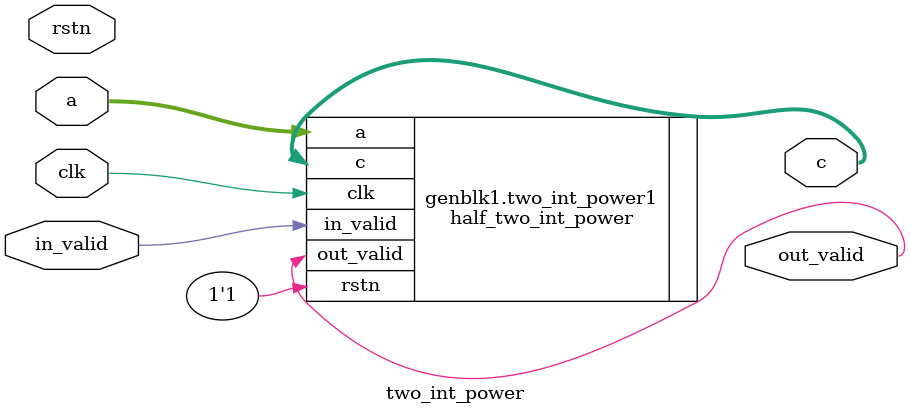
<source format=sv>
`timescale 1ns / 1ps


module two_int_power
#(parameter BITS = 16, PRECISION = "HALF")
(
input rstn,
input clk,
input in_valid,
input [BITS-1:0] a,
output out_valid,
output [BITS-1:0] c
);

if (PRECISION == "HALF")
half_two_int_power two_int_power1
(
.rstn(1'b1),
.clk,
.in_valid,
.a(a),
.out_valid(out_valid),
.c(c)
);

if (PRECISION == "SINGLE")
single_two_int_power two_int_power1
(
.rstn(1'b1),
.clk,
.in_valid,
.a(a),
.out_valid(out_valid),
.c(c)
);
endmodule

</source>
